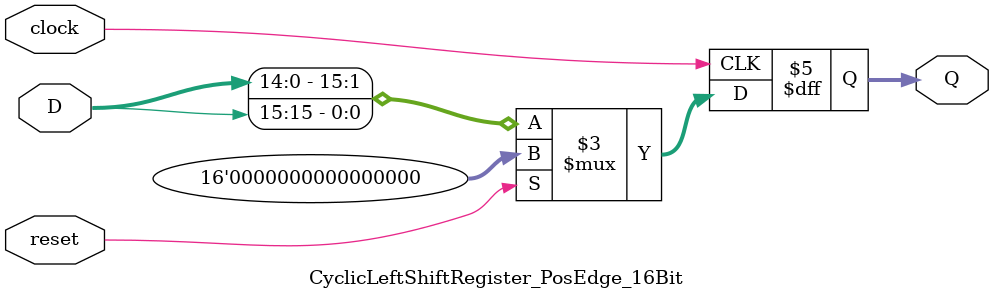
<source format=v>
module CyclicLeftShiftRegister_PosEdge_16Bit (clock, reset, D, Q);
    input clock;
    input reset;
    input [15:0] D;
    output reg [15:0] Q;

    always @(posedge clock)
    begin
        if (reset)
            Q <= 16'b0000000000000000;
        else
            Q <= {D[14:0], D[15]};        
    end
endmodule

</source>
